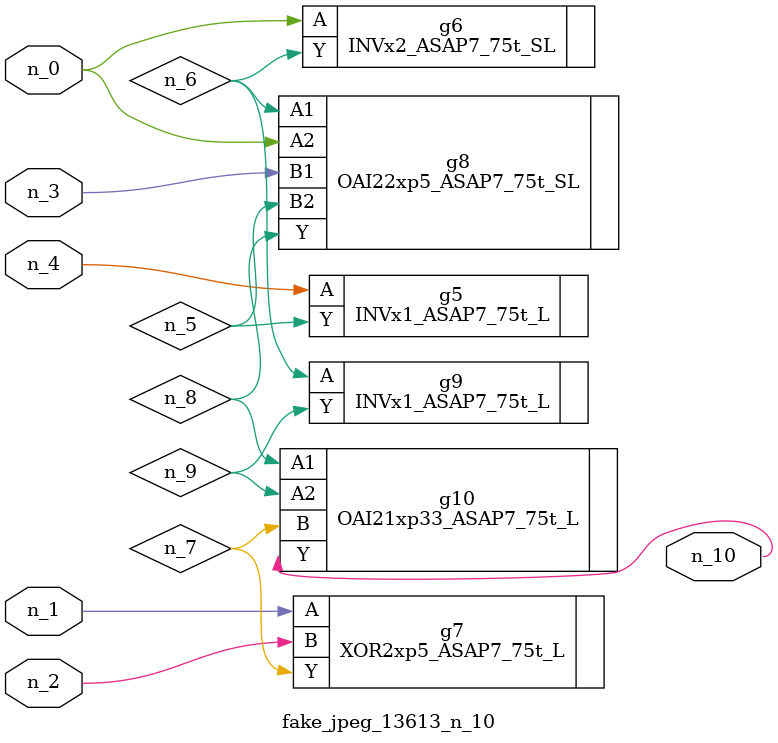
<source format=v>
module fake_jpeg_13613_n_10 (n_3, n_2, n_1, n_0, n_4, n_10);

input n_3;
input n_2;
input n_1;
input n_0;
input n_4;

output n_10;

wire n_8;
wire n_9;
wire n_6;
wire n_5;
wire n_7;

INVx1_ASAP7_75t_L g5 ( 
.A(n_4),
.Y(n_5)
);

INVx2_ASAP7_75t_SL g6 ( 
.A(n_0),
.Y(n_6)
);

XOR2xp5_ASAP7_75t_L g7 ( 
.A(n_1),
.B(n_2),
.Y(n_7)
);

OAI22xp5_ASAP7_75t_SL g8 ( 
.A1(n_6),
.A2(n_0),
.B1(n_3),
.B2(n_5),
.Y(n_8)
);

OAI21xp33_ASAP7_75t_L g10 ( 
.A1(n_8),
.A2(n_9),
.B(n_7),
.Y(n_10)
);

INVx1_ASAP7_75t_L g9 ( 
.A(n_6),
.Y(n_9)
);


endmodule
</source>
